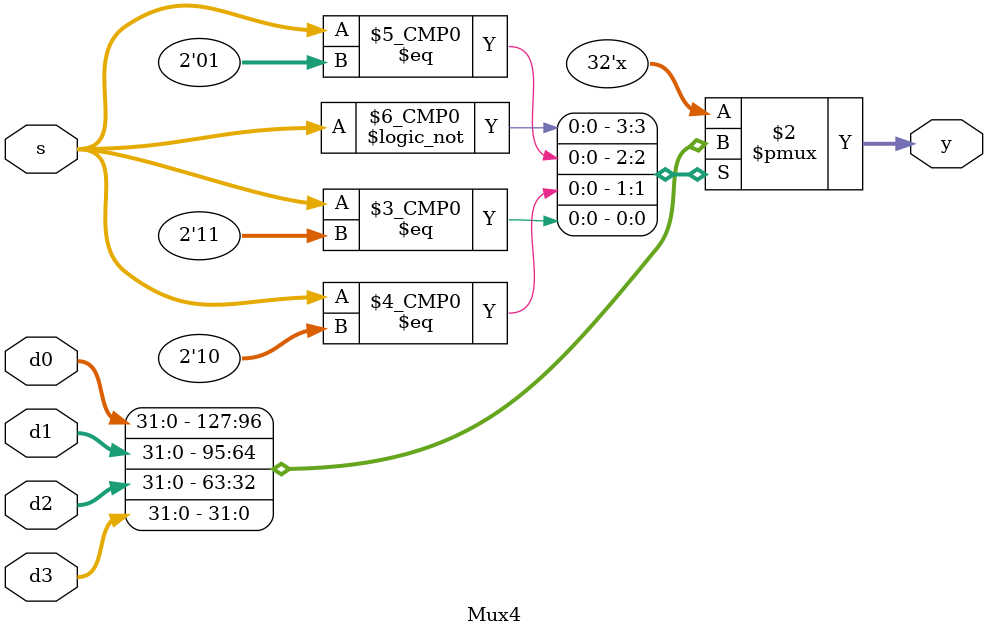
<source format=sv>
module Mux4
    #(parameter N = 32)
    (
    input logic [N - 1:0] d0, d1, d2, d3,
    input logic [1:0] s,
    output logic [N - 1:0] y
    );

    always_comb begin
        casex (s)
            2'b00: y = d0;
            2'b01: y = d1;
            2'b10: y = d2;
            2'b11: y = d3;
        endcase
    end
endmodule

</source>
